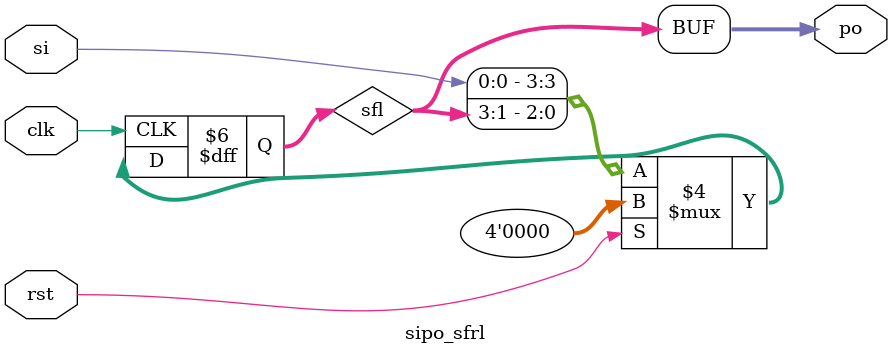
<source format=v>
module sipo_sfrl(input clk,rst,si, output reg [3:0] po);
  reg [3:0] sfl;
  assign po=sfl;
  always@(posedge clk)begin
    if(rst==1)
      sfl<=4'b0000;
    else begin
      sfl<={si,sfl[3:1]};
    end
  end
endmodule

      

</source>
